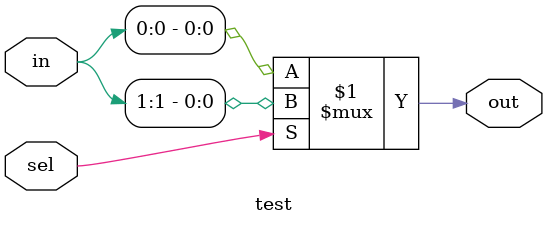
<source format=v>
module test (
input [1:0] in,
input sel,
output out
);
assign out = sel ? in[1] : in[0];

endmodule
</source>
